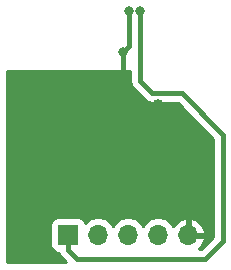
<source format=gbl>
%TF.GenerationSoftware,KiCad,Pcbnew,4.0.7*%
%TF.CreationDate,2018-10-01T17:52:14+02:00*%
%TF.ProjectId,RFID_BOARD_V3_EM4095,524649445F424F4152445F56335F454D,rev?*%
%TF.FileFunction,Copper,L2,Bot,Signal*%
%FSLAX46Y46*%
G04 Gerber Fmt 4.6, Leading zero omitted, Abs format (unit mm)*
G04 Created by KiCad (PCBNEW 4.0.7) date 2018 October 01, Monday 17:52:14*
%MOMM*%
%LPD*%
G01*
G04 APERTURE LIST*
%ADD10C,0.100000*%
%ADD11R,1.700000X1.700000*%
%ADD12O,1.700000X1.700000*%
%ADD13C,0.800000*%
%ADD14C,1.000000*%
%ADD15C,0.400000*%
%ADD16C,0.254000*%
G04 APERTURE END LIST*
D10*
D11*
X154880000Y-123500000D03*
D12*
X157420000Y-123500000D03*
X159960000Y-123500000D03*
X162500000Y-123500000D03*
X165040000Y-123500000D03*
D13*
X151200000Y-116300000D03*
X151200000Y-110900000D03*
X160000000Y-104500000D03*
D14*
X162500000Y-112500000D03*
D13*
X166000000Y-120500000D03*
X164000000Y-120500000D03*
X160000000Y-120500000D03*
X158000000Y-120500000D03*
X153000000Y-110500000D03*
X159500000Y-108000000D03*
X161000000Y-104500000D03*
D15*
X160000000Y-104500000D02*
X160000000Y-107500000D01*
X160000000Y-107500000D02*
X159500000Y-108000000D01*
X159500000Y-108000000D02*
X159500000Y-110000000D01*
X166500000Y-125500000D02*
X155630000Y-125500000D01*
X155630000Y-125500000D02*
X154880000Y-124750000D01*
X154880000Y-124750000D02*
X154880000Y-123500000D01*
X161000000Y-104500000D02*
X161000000Y-110500000D01*
X161000000Y-110500000D02*
X162000000Y-111500000D01*
X162000000Y-111500000D02*
X164500000Y-111500000D01*
X164500000Y-111500000D02*
X168000000Y-115000000D01*
X168000000Y-115000000D02*
X168000000Y-124000000D01*
X168000000Y-124000000D02*
X166500000Y-125500000D01*
D16*
G36*
X160165000Y-110500000D02*
X160228561Y-110819541D01*
X160288714Y-110909566D01*
X160409566Y-111090434D01*
X161409566Y-112090434D01*
X161680460Y-112271440D01*
X162000000Y-112335000D01*
X164154132Y-112335000D01*
X167165000Y-115345868D01*
X167165000Y-123654132D01*
X166154132Y-124665000D01*
X165923945Y-124665000D01*
X166235183Y-124381358D01*
X166481486Y-123856892D01*
X166360819Y-123627000D01*
X165167000Y-123627000D01*
X165167000Y-123647000D01*
X164913000Y-123647000D01*
X164913000Y-123627000D01*
X164893000Y-123627000D01*
X164893000Y-123373000D01*
X164913000Y-123373000D01*
X164913000Y-122179845D01*
X165167000Y-122179845D01*
X165167000Y-123373000D01*
X166360819Y-123373000D01*
X166481486Y-123143108D01*
X166235183Y-122618642D01*
X165806924Y-122228355D01*
X165396890Y-122058524D01*
X165167000Y-122179845D01*
X164913000Y-122179845D01*
X164683110Y-122058524D01*
X164273076Y-122228355D01*
X163844817Y-122618642D01*
X163777702Y-122761553D01*
X163550054Y-122420853D01*
X163068285Y-122098946D01*
X162500000Y-121985907D01*
X161931715Y-122098946D01*
X161449946Y-122420853D01*
X161230000Y-122750026D01*
X161010054Y-122420853D01*
X160528285Y-122098946D01*
X159960000Y-121985907D01*
X159391715Y-122098946D01*
X158909946Y-122420853D01*
X158690000Y-122750026D01*
X158470054Y-122420853D01*
X157988285Y-122098946D01*
X157420000Y-121985907D01*
X156851715Y-122098946D01*
X156369946Y-122420853D01*
X156342150Y-122462452D01*
X156333162Y-122414683D01*
X156194090Y-122198559D01*
X155981890Y-122053569D01*
X155730000Y-122002560D01*
X154030000Y-122002560D01*
X153794683Y-122046838D01*
X153578559Y-122185910D01*
X153433569Y-122398110D01*
X153382560Y-122650000D01*
X153382560Y-124350000D01*
X153426838Y-124585317D01*
X153565910Y-124801441D01*
X153778110Y-124946431D01*
X154030000Y-124997440D01*
X154094219Y-124997440D01*
X154108561Y-125069541D01*
X154182674Y-125180459D01*
X154289566Y-125340434D01*
X154739132Y-125790000D01*
X149710000Y-125790000D01*
X149710000Y-109627000D01*
X160165000Y-109627000D01*
X160165000Y-110500000D01*
X160165000Y-110500000D01*
G37*
X160165000Y-110500000D02*
X160228561Y-110819541D01*
X160288714Y-110909566D01*
X160409566Y-111090434D01*
X161409566Y-112090434D01*
X161680460Y-112271440D01*
X162000000Y-112335000D01*
X164154132Y-112335000D01*
X167165000Y-115345868D01*
X167165000Y-123654132D01*
X166154132Y-124665000D01*
X165923945Y-124665000D01*
X166235183Y-124381358D01*
X166481486Y-123856892D01*
X166360819Y-123627000D01*
X165167000Y-123627000D01*
X165167000Y-123647000D01*
X164913000Y-123647000D01*
X164913000Y-123627000D01*
X164893000Y-123627000D01*
X164893000Y-123373000D01*
X164913000Y-123373000D01*
X164913000Y-122179845D01*
X165167000Y-122179845D01*
X165167000Y-123373000D01*
X166360819Y-123373000D01*
X166481486Y-123143108D01*
X166235183Y-122618642D01*
X165806924Y-122228355D01*
X165396890Y-122058524D01*
X165167000Y-122179845D01*
X164913000Y-122179845D01*
X164683110Y-122058524D01*
X164273076Y-122228355D01*
X163844817Y-122618642D01*
X163777702Y-122761553D01*
X163550054Y-122420853D01*
X163068285Y-122098946D01*
X162500000Y-121985907D01*
X161931715Y-122098946D01*
X161449946Y-122420853D01*
X161230000Y-122750026D01*
X161010054Y-122420853D01*
X160528285Y-122098946D01*
X159960000Y-121985907D01*
X159391715Y-122098946D01*
X158909946Y-122420853D01*
X158690000Y-122750026D01*
X158470054Y-122420853D01*
X157988285Y-122098946D01*
X157420000Y-121985907D01*
X156851715Y-122098946D01*
X156369946Y-122420853D01*
X156342150Y-122462452D01*
X156333162Y-122414683D01*
X156194090Y-122198559D01*
X155981890Y-122053569D01*
X155730000Y-122002560D01*
X154030000Y-122002560D01*
X153794683Y-122046838D01*
X153578559Y-122185910D01*
X153433569Y-122398110D01*
X153382560Y-122650000D01*
X153382560Y-124350000D01*
X153426838Y-124585317D01*
X153565910Y-124801441D01*
X153778110Y-124946431D01*
X154030000Y-124997440D01*
X154094219Y-124997440D01*
X154108561Y-125069541D01*
X154182674Y-125180459D01*
X154289566Y-125340434D01*
X154739132Y-125790000D01*
X149710000Y-125790000D01*
X149710000Y-109627000D01*
X160165000Y-109627000D01*
X160165000Y-110500000D01*
M02*

</source>
